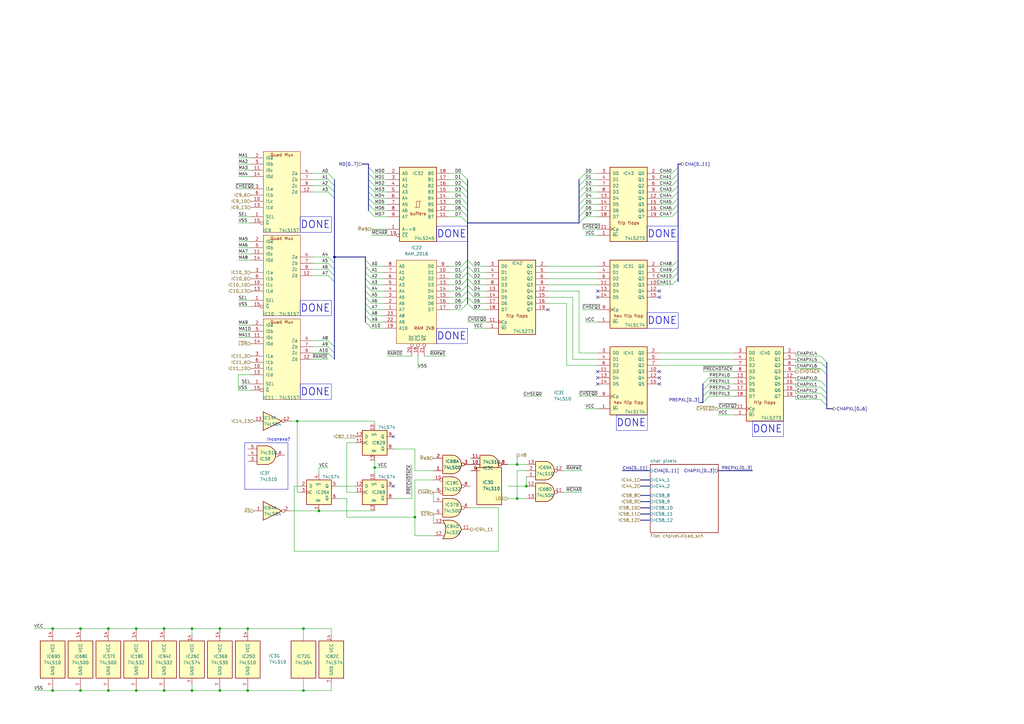
<source format=kicad_sch>
(kicad_sch (version 20231120) (generator "eeschema") (generator_version "8.0")
  (paper "A3")
  (title_block (company "JOTEGO"))
  (junction (at 101.6 283.21))
  (junction (at 90.17 257.81))
  (junction (at 44.45 257.81))
  (junction (at 67.31 257.81))
  (junction (at 137.16 105.41))
  (junction (at 33.02 257.81))
  (junction (at 78.74 257.81))
  (junction (at 90.17 283.21))
  (junction (at 55.88 283.21))
  (junction (at 101.6 257.81))
  (junction (at 215.9 199.39))
  (junction (at 124.46 283.21))
  (junction (at 55.88 257.81))
  (junction (at 153.67 191.77))
  (junction (at 212.09 190.5))
  (junction (at 170.18 212.09))
  (junction (at 212.09 204.47))
  (junction (at 21.59 283.21))
  (junction (at 78.74 283.21))
  (junction (at 67.31 283.21))
  (junction (at 130.81 209.55))
  (junction (at 121.92 172.72))
  (junction (at 33.02 283.21))
  (junction (at 44.45 283.21))
  (junction (at 21.59 257.81))
  (junction (at 124.46 257.81))
  (no_connect (at 245.11 154.94))
  (no_connect (at 270.51 154.94))
  (no_connect (at 270.51 157.48))
  (no_connect (at 270.51 121.92))
  (no_connect (at 245.11 121.92))
  (no_connect (at 161.29 199.39))
  (no_connect (at 245.11 157.48))
  (no_connect (at 245.11 152.4))
  (no_connect (at 245.11 119.38))
  (no_connect (at 161.29 179.07))
  (no_connect (at 224.79 127))
  (no_connect (at 270.51 152.4))
  (no_connect (at 270.51 119.38))
  (bus_entry (at 149.86 132.08) (size 2.54 2.54))
  (bus_entry (at 149.86 106.68) (size 2.54 2.54))
  (bus_entry (at 151.13 71.12) (size 2.54 2.54))
  (bus_entry (at 275.59 78.74) (size 2.54 -2.54))
  (bus_entry (at 189.23 73.66) (size 2.54 2.54))
  (bus_entry (at 189.23 83.82) (size 2.54 2.54))
  (bus_entry (at 149.86 109.22) (size 2.54 2.54))
  (bus_entry (at 336.55 151.13) (size 2.54 2.54))
  (bus_entry (at 149.86 127) (size 2.54 2.54))
  (bus_entry (at 189.23 121.92) (size 2.54 -2.54))
  (bus_entry (at 189.23 119.38) (size 2.54 -2.54))
  (bus_entry (at 149.86 119.38) (size 2.54 2.54))
  (bus_entry (at 151.13 73.66) (size 2.54 2.54))
  (bus_entry (at 134.62 139.7) (size 2.54 2.54))
  (bus_entry (at 240.03 71.12) (size -2.54 2.54))
  (bus_entry (at 194.31 124.46) (size -2.54 -2.54))
  (bus_entry (at 149.86 124.46) (size 2.54 2.54))
  (bus_entry (at 288.29 165.1) (size 2.54 -2.54))
  (bus_entry (at 151.13 78.74) (size 2.54 2.54))
  (bus_entry (at 151.13 76.2) (size 2.54 2.54))
  (bus_entry (at 189.23 116.84) (size 2.54 -2.54))
  (bus_entry (at 134.62 78.74) (size 2.54 2.54))
  (bus_entry (at 134.62 105.41) (size 2.54 2.54))
  (bus_entry (at 336.55 156.21) (size 2.54 2.54))
  (bus_entry (at 336.55 146.05) (size 2.54 2.54))
  (bus_entry (at 288.29 162.56) (size 2.54 -2.54))
  (bus_entry (at 240.03 88.9) (size -2.54 2.54))
  (bus_entry (at 240.03 76.2) (size -2.54 2.54))
  (bus_entry (at 149.86 116.84) (size 2.54 2.54))
  (bus_entry (at 151.13 68.58) (size 2.54 2.54))
  (bus_entry (at 275.59 116.84) (size 2.54 -2.54))
  (bus_entry (at 189.23 111.76) (size 2.54 -2.54))
  (bus_entry (at 151.13 86.36) (size 2.54 2.54))
  (bus_entry (at 194.31 114.3) (size -2.54 -2.54))
  (bus_entry (at 194.31 116.84) (size -2.54 -2.54))
  (bus_entry (at 194.31 109.22) (size -2.54 -2.54))
  (bus_entry (at 275.59 114.3) (size 2.54 -2.54))
  (bus_entry (at 149.86 114.3) (size 2.54 2.54))
  (bus_entry (at 149.86 111.76) (size 2.54 2.54))
  (bus_entry (at 275.59 86.36) (size 2.54 -2.54))
  (bus_entry (at 336.55 161.29) (size 2.54 2.54))
  (bus_entry (at 189.23 124.46) (size 2.54 -2.54))
  (bus_entry (at 275.59 111.76) (size 2.54 -2.54))
  (bus_entry (at 275.59 76.2) (size 2.54 -2.54))
  (bus_entry (at 189.23 127) (size 2.54 -2.54))
  (bus_entry (at 194.31 127) (size -2.54 -2.54))
  (bus_entry (at 336.55 148.59) (size 2.54 2.54))
  (bus_entry (at 194.31 119.38) (size -2.54 -2.54))
  (bus_entry (at 240.03 86.36) (size -2.54 2.54))
  (bus_entry (at 275.59 83.82) (size 2.54 -2.54))
  (bus_entry (at 189.23 114.3) (size 2.54 -2.54))
  (bus_entry (at 134.62 142.24) (size 2.54 2.54))
  (bus_entry (at 134.62 113.03) (size 2.54 2.54))
  (bus_entry (at 134.62 76.2) (size 2.54 2.54))
  (bus_entry (at 134.62 110.49) (size 2.54 2.54))
  (bus_entry (at 151.13 81.28) (size 2.54 2.54))
  (bus_entry (at 134.62 144.78) (size 2.54 2.54))
  (bus_entry (at 240.03 78.74) (size -2.54 2.54))
  (bus_entry (at 151.13 83.82) (size 2.54 2.54))
  (bus_entry (at 336.55 158.75) (size 2.54 2.54))
  (bus_entry (at 275.59 109.22) (size 2.54 -2.54))
  (bus_entry (at 189.23 71.12) (size 2.54 2.54))
  (bus_entry (at 134.62 107.95) (size 2.54 2.54))
  (bus_entry (at 189.23 78.74) (size 2.54 2.54))
  (bus_entry (at 134.62 71.12) (size 2.54 2.54))
  (bus_entry (at 275.59 88.9) (size 2.54 -2.54))
  (bus_entry (at 194.31 111.76) (size -2.54 -2.54))
  (bus_entry (at 189.23 81.28) (size 2.54 2.54))
  (bus_entry (at 240.03 73.66) (size -2.54 2.54))
  (bus_entry (at 194.31 121.92) (size -2.54 -2.54))
  (bus_entry (at 189.23 86.36) (size 2.54 2.54))
  (bus_entry (at 275.59 81.28) (size 2.54 -2.54))
  (bus_entry (at 189.23 109.22) (size 2.54 -2.54))
  (bus_entry (at 149.86 121.92) (size 2.54 2.54))
  (bus_entry (at 288.29 160.02) (size 2.54 -2.54))
  (bus_entry (at 240.03 81.28) (size -2.54 2.54))
  (bus_entry (at 134.62 73.66) (size 2.54 2.54))
  (bus_entry (at 149.86 129.54) (size 2.54 2.54))
  (bus_entry (at 240.03 83.82) (size -2.54 2.54))
  (bus_entry (at 189.23 76.2) (size 2.54 2.54))
  (bus_entry (at 275.59 73.66) (size 2.54 -2.54))
  (bus_entry (at 288.29 157.48) (size 2.54 -2.54))
  (bus_entry (at 189.23 88.9) (size 2.54 2.54))
  (bus_entry (at 336.55 163.83) (size 2.54 2.54))
  (bus_entry (at 275.59 71.12) (size 2.54 -2.54))
  (bus (pts (xy 191.77 78.74) (xy 191.77 81.28)))
  (bus (pts (xy 137.16 73.66) (xy 137.16 76.2)))
  (wire (pts (xy 194.31 116.84) (xy 199.39 116.84)))
  (wire (pts (xy 146.05 201.93) (xy 142.24 201.93)))
  (wire (pts (xy 275.59 116.84) (xy 270.51 116.84)))
  (wire (pts (xy 119.38 172.72) (xy 121.92 172.72)))
  (wire (pts (xy 78.74 283.21) (xy 67.31 283.21)))
  (wire (pts (xy 326.39 148.59) (xy 336.55 148.59)))
  (wire (pts (xy 212.09 204.47) (xy 212.09 193.04)))
  (bus (pts (xy 151.13 86.36) (xy 151.13 83.82)))
  (wire (pts (xy 78.74 280.67) (xy 78.74 283.21)))
  (wire (pts (xy 224.79 119.38) (xy 237.49 119.38)))
  (bus (pts (xy 339.09 151.13) (xy 339.09 153.67)))
  (wire (pts (xy 13.97 257.81) (xy 21.59 257.81)))
  (bus (pts (xy 149.86 129.54) (xy 149.86 132.08)))
  (wire (pts (xy 237.49 119.38) (xy 237.49 144.78)))
  (wire (pts (xy 123.19 199.39) (xy 120.65 199.39)))
  (wire (pts (xy 240.03 78.74) (xy 245.11 78.74)))
  (wire (pts (xy 153.67 191.77) (xy 158.75 191.77)))
  (wire (pts (xy 232.41 149.86) (xy 245.11 149.86)))
  (wire (pts (xy 124.46 262.89) (xy 124.46 257.81)))
  (wire (pts (xy 170.18 212.09) (xy 170.18 196.85)))
  (bus (pts (xy 255.27 193.04) (xy 266.7 193.04)))
  (wire (pts (xy 97.79 91.44) (xy 102.87 91.44)))
  (wire (pts (xy 184.15 83.82) (xy 189.23 83.82)))
  (wire (pts (xy 170.18 196.85) (xy 177.8 196.85)))
  (wire (pts (xy 270.51 83.82) (xy 275.59 83.82)))
  (bus (pts (xy 191.77 83.82) (xy 191.77 86.36)))
  (wire (pts (xy 240.03 96.52) (xy 245.11 96.52)))
  (bus (pts (xy 151.13 71.12) (xy 151.13 68.58)))
  (bus (pts (xy 191.77 86.36) (xy 191.77 88.9)))
  (wire (pts (xy 121.92 201.93) (xy 123.19 201.93)))
  (bus (pts (xy 278.13 114.3) (xy 278.13 115.57)))
  (wire (pts (xy 194.31 114.3) (xy 199.39 114.3)))
  (wire (pts (xy 290.83 162.56) (xy 300.99 162.56)))
  (wire (pts (xy 97.79 72.39) (xy 102.87 72.39)))
  (wire (pts (xy 13.97 283.21) (xy 21.59 283.21)))
  (wire (pts (xy 290.83 154.94) (xy 300.99 154.94)))
  (bus (pts (xy 262.89 213.36) (xy 266.7 213.36)))
  (bus (pts (xy 137.16 76.2) (xy 137.16 78.74)))
  (wire (pts (xy 99.06 157.48) (xy 102.87 157.48)))
  (wire (pts (xy 326.39 158.75) (xy 336.55 158.75)))
  (bus (pts (xy 151.13 68.58) (xy 151.13 67.31)))
  (wire (pts (xy 152.4 116.84) (xy 157.48 116.84)))
  (wire (pts (xy 270.51 88.9) (xy 275.59 88.9)))
  (bus (pts (xy 237.49 81.28) (xy 237.49 83.82)))
  (bus (pts (xy 262.89 199.39) (xy 266.7 199.39)))
  (bus (pts (xy 262.89 205.74) (xy 266.7 205.74)))
  (wire (pts (xy 224.79 124.46) (xy 232.41 124.46)))
  (wire (pts (xy 153.67 88.9) (xy 158.75 88.9)))
  (bus (pts (xy 339.09 148.59) (xy 339.09 151.13)))
  (wire (pts (xy 212.09 204.47) (xy 215.9 204.47)))
  (bus (pts (xy 149.86 111.76) (xy 149.86 109.22)))
  (wire (pts (xy 21.59 257.81) (xy 33.02 257.81)))
  (wire (pts (xy 153.67 73.66) (xy 158.75 73.66)))
  (wire (pts (xy 238.76 193.04) (xy 231.14 193.04)))
  (wire (pts (xy 275.59 111.76) (xy 270.51 111.76)))
  (wire (pts (xy 121.92 172.72) (xy 153.67 172.72)))
  (bus (pts (xy 278.13 71.12) (xy 278.13 73.66)))
  (wire (pts (xy 288.29 152.4) (xy 300.99 152.4)))
  (bus (pts (xy 278.13 73.66) (xy 278.13 76.2)))
  (bus (pts (xy 149.86 127) (xy 149.86 129.54)))
  (wire (pts (xy 191.77 132.08) (xy 199.39 132.08)))
  (wire (pts (xy 78.74 257.81) (xy 90.17 257.81)))
  (wire (pts (xy 171.45 151.13) (xy 171.45 146.05)))
  (wire (pts (xy 275.59 114.3) (xy 270.51 114.3)))
  (bus (pts (xy 149.86 127) (xy 149.86 124.46)))
  (bus (pts (xy 191.77 88.9) (xy 191.77 91.44)))
  (wire (pts (xy 326.39 147.32) (xy 326.39 148.59)))
  (wire (pts (xy 214.63 162.56) (xy 222.25 162.56)))
  (wire (pts (xy 238.76 93.98) (xy 245.11 93.98)))
  (wire (pts (xy 153.67 191.77) (xy 153.67 189.23)))
  (wire (pts (xy 78.74 283.21) (xy 90.17 283.21)))
  (wire (pts (xy 275.59 109.22) (xy 270.51 109.22)))
  (bus (pts (xy 151.13 76.2) (xy 151.13 73.66)))
  (bus (pts (xy 339.09 161.29) (xy 339.09 163.83)))
  (wire (pts (xy 234.95 121.92) (xy 234.95 147.32)))
  (wire (pts (xy 128.27 78.74) (xy 134.62 78.74)))
  (bus (pts (xy 278.13 68.58) (xy 278.13 67.31)))
  (wire (pts (xy 194.31 111.76) (xy 199.39 111.76)))
  (wire (pts (xy 177.8 193.04) (xy 170.18 193.04)))
  (bus (pts (xy 137.16 142.24) (xy 137.16 144.78)))
  (wire (pts (xy 97.79 125.73) (xy 102.87 125.73)))
  (wire (pts (xy 142.24 181.61) (xy 146.05 181.61)))
  (bus (pts (xy 191.77 119.38) (xy 191.77 121.92)))
  (bus (pts (xy 278.13 78.74) (xy 278.13 81.28)))
  (wire (pts (xy 153.67 83.82) (xy 158.75 83.82)))
  (wire (pts (xy 130.81 209.55) (xy 153.67 209.55)))
  (wire (pts (xy 270.51 147.32) (xy 300.99 147.32)))
  (wire (pts (xy 294.64 170.18) (xy 300.99 170.18)))
  (wire (pts (xy 294.64 167.64) (xy 300.99 167.64)))
  (wire (pts (xy 290.83 157.48) (xy 300.99 157.48)))
  (wire (pts (xy 184.15 81.28) (xy 189.23 81.28)))
  (wire (pts (xy 240.03 73.66) (xy 245.11 73.66)))
  (wire (pts (xy 326.39 161.29) (xy 336.55 161.29)))
  (wire (pts (xy 152.4 121.92) (xy 157.48 121.92)))
  (wire (pts (xy 120.65 226.06) (xy 204.47 226.06)))
  (wire (pts (xy 177.8 201.93) (xy 177.8 205.74)))
  (bus (pts (xy 278.13 81.28) (xy 278.13 83.82)))
  (wire (pts (xy 44.45 257.81) (xy 55.88 257.81)))
  (wire (pts (xy 224.79 109.22) (xy 245.11 109.22)))
  (wire (pts (xy 270.51 81.28) (xy 275.59 81.28)))
  (wire (pts (xy 152.4 132.08) (xy 157.48 132.08)))
  (bus (pts (xy 191.77 91.44) (xy 191.77 106.68)))
  (wire (pts (xy 152.4 96.52) (xy 158.75 96.52)))
  (bus (pts (xy 287.02 165.1) (xy 288.29 165.1)))
  (wire (pts (xy 224.79 121.92) (xy 234.95 121.92)))
  (wire (pts (xy 208.28 204.47) (xy 212.09 204.47)))
  (wire (pts (xy 67.31 257.81) (xy 78.74 257.81)))
  (wire (pts (xy 212.09 190.5) (xy 215.9 190.5)))
  (bus (pts (xy 278.13 76.2) (xy 278.13 78.74)))
  (bus (pts (xy 137.16 78.74) (xy 137.16 81.28)))
  (wire (pts (xy 90.17 283.21) (xy 101.6 283.21)))
  (bus (pts (xy 149.86 121.92) (xy 149.86 119.38)))
  (wire (pts (xy 78.74 260.35) (xy 78.74 257.81)))
  (bus (pts (xy 191.77 114.3) (xy 191.77 116.84)))
  (wire (pts (xy 184.15 73.66) (xy 189.23 73.66)))
  (bus (pts (xy 137.16 105.41) (xy 149.86 105.41)))
  (bus (pts (xy 137.16 113.03) (xy 137.16 115.57)))
  (wire (pts (xy 153.67 172.72) (xy 153.67 173.99)))
  (wire (pts (xy 184.15 71.12) (xy 189.23 71.12)))
  (bus (pts (xy 278.13 68.58) (xy 278.13 71.12)))
  (wire (pts (xy 270.51 144.78) (xy 300.99 144.78)))
  (wire (pts (xy 184.15 116.84) (xy 189.23 116.84)))
  (wire (pts (xy 194.31 109.22) (xy 199.39 109.22)))
  (wire (pts (xy 153.67 86.36) (xy 158.75 86.36)))
  (wire (pts (xy 270.51 76.2) (xy 275.59 76.2)))
  (wire (pts (xy 240.03 81.28) (xy 245.11 81.28)))
  (wire (pts (xy 97.79 88.9) (xy 102.87 88.9)))
  (wire (pts (xy 152.4 109.22) (xy 157.48 109.22)))
  (bus (pts (xy 191.77 73.66) (xy 191.77 76.2)))
  (wire (pts (xy 184.15 88.9) (xy 189.23 88.9)))
  (wire (pts (xy 170.18 219.71) (xy 170.18 212.09)))
  (wire (pts (xy 153.67 191.77) (xy 153.67 194.31)))
  (bus (pts (xy 137.16 81.28) (xy 137.16 105.41)))
  (wire (pts (xy 184.15 109.22) (xy 189.23 109.22)))
  (wire (pts (xy 152.4 134.62) (xy 157.48 134.62)))
  (wire (pts (xy 204.47 208.28) (xy 193.04 208.28)))
  (bus (pts (xy 339.09 163.83) (xy 339.09 166.37)))
  (wire (pts (xy 44.45 283.21) (xy 55.88 283.21)))
  (wire (pts (xy 212.09 186.69) (xy 212.09 190.5)))
  (wire (pts (xy 97.79 138.43) (xy 102.87 138.43)))
  (wire (pts (xy 326.39 163.83) (xy 336.55 163.83)))
  (bus (pts (xy 278.13 109.22) (xy 278.13 111.76)))
  (bus (pts (xy 137.16 115.57) (xy 137.16 142.24)))
  (wire (pts (xy 33.02 283.21) (xy 44.45 283.21)))
  (bus (pts (xy 237.49 88.9) (xy 237.49 91.44)))
  (wire (pts (xy 168.91 204.47) (xy 161.29 204.47)))
  (wire (pts (xy 326.39 162.56) (xy 326.39 163.83)))
  (wire (pts (xy 208.28 190.5) (xy 212.09 190.5)))
  (bus (pts (xy 278.13 86.36) (xy 278.13 106.68)))
  (wire (pts (xy 194.31 134.62) (xy 199.39 134.62)))
  (wire (pts (xy 234.95 147.32) (xy 245.11 147.32)))
  (wire (pts (xy 142.24 212.09) (xy 170.18 212.09)))
  (wire (pts (xy 326.39 156.21) (xy 336.55 156.21)))
  (bus (pts (xy 191.77 81.28) (xy 191.77 83.82)))
  (bus (pts (xy 339.09 166.37) (xy 339.09 167.64)))
  (bus (pts (xy 237.49 86.36) (xy 237.49 88.9)))
  (bus (pts (xy 278.13 83.82) (xy 278.13 86.36)))
  (wire (pts (xy 142.24 204.47) (xy 142.24 212.09)))
  (wire (pts (xy 184.15 114.3) (xy 189.23 114.3)))
  (wire (pts (xy 97.79 99.06) (xy 102.87 99.06)))
  (wire (pts (xy 238.76 127) (xy 245.11 127)))
  (bus (pts (xy 262.89 208.28) (xy 266.7 208.28)))
  (bus (pts (xy 278.13 106.68) (xy 278.13 109.22)))
  (bus (pts (xy 339.09 167.64) (xy 341.63 167.64)))
  (bus (pts (xy 262.89 210.82) (xy 266.7 210.82)))
  (wire (pts (xy 128.27 73.66) (xy 134.62 73.66)))
  (bus (pts (xy 191.77 109.22) (xy 191.77 111.76)))
  (wire (pts (xy 170.18 184.15) (xy 161.29 184.15)))
  (wire (pts (xy 194.31 121.92) (xy 199.39 121.92)))
  (wire (pts (xy 224.79 116.84) (xy 245.11 116.84)))
  (bus (pts (xy 149.86 119.38) (xy 149.86 116.84)))
  (wire (pts (xy 194.31 119.38) (xy 199.39 119.38)))
  (wire (pts (xy 97.79 106.68) (xy 102.87 106.68)))
  (wire (pts (xy 270.51 73.66) (xy 275.59 73.66)))
  (bus (pts (xy 308.61 193.04) (xy 294.64 193.04)))
  (wire (pts (xy 128.27 144.78) (xy 134.62 144.78)))
  (wire (pts (xy 135.89 283.21) (xy 124.46 283.21)))
  (wire (pts (xy 270.51 71.12) (xy 275.59 71.12)))
  (wire (pts (xy 97.79 67.31) (xy 102.87 67.31)))
  (wire (pts (xy 128.27 113.03) (xy 134.62 113.03)))
  (wire (pts (xy 204.47 226.06) (xy 204.47 208.28)))
  (wire (pts (xy 212.09 193.04) (xy 215.9 193.04)))
  (wire (pts (xy 184.15 76.2) (xy 189.23 76.2)))
  (wire (pts (xy 270.51 86.36) (xy 275.59 86.36)))
  (wire (pts (xy 153.67 71.12) (xy 158.75 71.12)))
  (bus (pts (xy 191.77 76.2) (xy 191.77 78.74)))
  (wire (pts (xy 152.4 111.76) (xy 157.48 111.76)))
  (wire (pts (xy 240.03 76.2) (xy 245.11 76.2)))
  (wire (pts (xy 135.89 260.35) (xy 135.89 257.81)))
  (wire (pts (xy 97.79 133.35) (xy 102.87 133.35)))
  (bus (pts (xy 151.13 73.66) (xy 151.13 71.12)))
  (wire (pts (xy 97.79 123.19) (xy 102.87 123.19)))
  (bus (pts (xy 191.77 116.84) (xy 191.77 119.38)))
  (wire (pts (xy 240.03 88.9) (xy 245.11 88.9)))
  (bus (pts (xy 191.77 111.76) (xy 191.77 114.3)))
  (wire (pts (xy 215.9 199.39) (xy 208.28 199.39)))
  (wire (pts (xy 184.15 127) (xy 189.23 127)))
  (wire (pts (xy 119.38 209.55) (xy 130.81 209.55)))
  (bus (pts (xy 237.49 83.82) (xy 237.49 86.36)))
  (wire (pts (xy 90.17 257.81) (xy 101.6 257.81)))
  (wire (pts (xy 170.18 193.04) (xy 170.18 184.15)))
  (wire (pts (xy 184.15 124.46) (xy 189.23 124.46)))
  (wire (pts (xy 97.79 135.89) (xy 102.87 135.89)))
  (bus (pts (xy 149.86 109.22) (xy 149.86 106.68)))
  (wire (pts (xy 142.24 201.93) (xy 142.24 181.61)))
  (wire (pts (xy 121.92 172.72) (xy 121.92 201.93)))
  (wire (pts (xy 182.88 146.05) (xy 173.99 146.05)))
  (wire (pts (xy 326.39 151.13) (xy 336.55 151.13)))
  (wire (pts (xy 326.39 144.78) (xy 326.39 146.05)))
  (wire (pts (xy 153.67 78.74) (xy 158.75 78.74)))
  (wire (pts (xy 130.81 191.77) (xy 130.81 194.31)))
  (bus (pts (xy 151.13 81.28) (xy 151.13 78.74)))
  (wire (pts (xy 135.89 280.67) (xy 135.89 283.21)))
  (wire (pts (xy 97.79 104.14) (xy 102.87 104.14)))
  (bus (pts (xy 151.13 83.82) (xy 151.13 81.28)))
  (wire (pts (xy 326.39 149.86) (xy 326.39 151.13)))
  (bus (pts (xy 339.09 153.67) (xy 339.09 158.75)))
  (wire (pts (xy 326.39 154.94) (xy 326.39 156.21)))
  (wire (pts (xy 224.79 111.76) (xy 245.11 111.76)))
  (bus (pts (xy 237.49 78.74) (xy 237.49 81.28)))
  (wire (pts (xy 240.03 132.08) (xy 245.11 132.08)))
  (wire (pts (xy 240.03 86.36) (xy 245.11 86.36)))
  (wire (pts (xy 33.02 257.81) (xy 44.45 257.81)))
  (wire (pts (xy 101.6 257.81) (xy 124.46 257.81)))
  (bus (pts (xy 151.13 78.74) (xy 151.13 76.2)))
  (bus (pts (xy 278.13 111.76) (xy 278.13 114.3)))
  (bus (pts (xy 148.59 67.31) (xy 151.13 67.31)))
  (wire (pts (xy 55.88 283.21) (xy 67.31 283.21)))
  (bus (pts (xy 149.86 106.68) (xy 149.86 105.41)))
  (bus (pts (xy 237.49 91.44) (xy 191.77 91.44)))
  (wire (pts (xy 168.91 146.05) (xy 158.75 146.05)))
  (wire (pts (xy 224.79 114.3) (xy 245.11 114.3)))
  (wire (pts (xy 240.03 83.82) (xy 245.11 83.82)))
  (wire (pts (xy 232.41 124.46) (xy 232.41 149.86)))
  (bus (pts (xy 137.16 105.41) (xy 137.16 107.95)))
  (bus (pts (xy 149.86 121.92) (xy 149.86 124.46)))
  (wire (pts (xy 184.15 86.36) (xy 189.23 86.36)))
  (wire (pts (xy 326.39 146.05) (xy 336.55 146.05)))
  (wire (pts (xy 184.15 119.38) (xy 189.23 119.38)))
  (wire (pts (xy 177.8 219.71) (xy 170.18 219.71)))
  (wire (pts (xy 153.67 81.28) (xy 158.75 81.28)))
  (wire (pts (xy 237.49 144.78) (xy 245.11 144.78)))
  (wire (pts (xy 128.27 71.12) (xy 134.62 71.12)))
  (wire (pts (xy 240.03 71.12) (xy 245.11 71.12)))
  (bus (pts (xy 237.49 73.66) (xy 237.49 76.2)))
  (wire (pts (xy 153.67 76.2) (xy 158.75 76.2)))
  (bus (pts (xy 137.16 144.78) (xy 137.16 147.32)))
  (wire (pts (xy 97.79 153.67) (xy 102.87 153.67)))
  (wire (pts (xy 152.4 119.38) (xy 157.48 119.38)))
  (wire (pts (xy 238.76 201.93) (xy 231.14 201.93)))
  (bus (pts (xy 191.77 106.68) (xy 191.77 109.22)))
  (wire (pts (xy 97.79 153.67) (xy 97.79 160.02)))
  (wire (pts (xy 270.51 149.86) (xy 300.99 149.86)))
  (wire (pts (xy 168.91 190.5) (xy 168.91 204.47)))
  (wire (pts (xy 152.4 129.54) (xy 157.48 129.54)))
  (wire (pts (xy 326.39 157.48) (xy 326.39 158.75)))
  (wire (pts (xy 134.62 105.41) (xy 128.27 105.41)))
  (wire (pts (xy 128.27 107.95) (xy 134.62 107.95)))
  (wire (pts (xy 138.43 204.47) (xy 142.24 204.47)))
  (bus (pts (xy 262.89 196.85) (xy 266.7 196.85)))
  (bus (pts (xy 191.77 121.92) (xy 191.77 124.46)))
  (wire (pts (xy 97.79 69.85) (xy 102.87 69.85)))
  (wire (pts (xy 128.27 142.24) (xy 134.62 142.24)))
  (wire (pts (xy 101.6 283.21) (xy 124.46 283.21)))
  (wire (pts (xy 124.46 278.13) (xy 124.46 283.21)))
  (wire (pts (xy 184.15 121.92) (xy 189.23 121.92)))
  (wire (pts (xy 194.31 127) (xy 199.39 127)))
  (bus (pts (xy 288.29 162.56) (xy 288.29 165.1)))
  (bus (pts (xy 237.49 76.2) (xy 237.49 78.74)))
  (wire (pts (xy 240.03 167.64) (xy 245.11 167.64)))
  (wire (pts (xy 135.89 257.81) (xy 124.46 257.81)))
  (wire (pts (xy 97.79 160.02) (xy 102.87 160.02)))
  (wire (pts (xy 326.39 160.02) (xy 326.39 161.29)))
  (wire (pts (xy 152.4 124.46) (xy 157.48 124.46)))
  (bus (pts (xy 339.09 158.75) (xy 339.09 161.29)))
  (wire (pts (xy 194.31 124.46) (xy 199.39 124.46)))
  (wire (pts (xy 237.49 162.56) (xy 245.11 162.56)))
  (bus (pts (xy 149.86 114.3) (xy 149.86 111.76)))
  (wire (pts (xy 290.83 160.02) (xy 300.99 160.02)))
  (wire (pts (xy 128.27 147.32) (xy 134.62 147.32)))
  (wire (pts (xy 21.59 283.21) (xy 33.02 283.21)))
  (bus (pts (xy 278.13 67.31) (xy 279.4 67.31)))
  (wire (pts (xy 128.27 76.2) (xy 134.62 76.2)))
  (bus (pts (xy 149.86 116.84) (xy 149.86 114.3)))
  (bus (pts (xy 288.29 157.48) (xy 288.29 160.02)))
  (wire (pts (xy 177.8 210.82) (xy 177.8 214.63)))
  (bus (pts (xy 137.16 110.49) (xy 137.16 113.03)))
  (wire (pts (xy 138.43 199.39) (xy 146.05 199.39)))
  (bus (pts (xy 137.16 107.95) (xy 137.16 110.49)))
  (wire (pts (xy 270.51 78.74) (xy 275.59 78.74)))
  (wire (pts (xy 184.15 111.76) (xy 189.23 111.76)))
  (wire (pts (xy 152.4 114.3) (xy 157.48 114.3)))
  (wire (pts (xy 128.27 139.7) (xy 134.62 139.7)))
  (wire (pts (xy 215.9 195.58) (xy 215.9 199.39)))
  (wire (pts (xy 152.4 93.98) (xy 158.75 93.98)))
  (wire (pts (xy 134.62 191.77) (xy 130.81 191.77)))
  (bus (pts (xy 262.89 203.2) (xy 266.7 203.2)))
  (wire (pts (xy 184.15 78.74) (xy 189.23 78.74)))
  (wire (pts (xy 97.79 101.6) (xy 102.87 101.6)))
  (wire (pts (xy 55.88 257.81) (xy 67.31 257.81)))
  (wire (pts (xy 128.27 110.49) (xy 134.62 110.49)))
  (wire (pts (xy 152.4 127) (xy 157.48 127)))
  (wire (pts (xy 96.52 77.47) (xy 102.87 77.47)))
  (wire (pts (xy 97.79 64.77) (xy 102.87 64.77)))
  (bus (pts (xy 288.29 160.02) (xy 288.29 162.56)))
  (wire (pts (xy 120.65 199.39) (xy 120.65 226.06)))
  (rectangle (start 252.73 170.18) (end 265.43 176.53) (fill (type color) (color 255 255 255 1)))
  (rectangle (start 123.19 123.19) (end 135.89 129.54) (fill (type color) (color 255 255 255 1)))
  (rectangle (start 123.19 88.9) (end 135.89 95.25) (fill (type color) (color 255 255 255 1)))
  (rectangle (start 123.19 157.48) (end 135.89 163.83) (fill (type color) (color 255 255 255 1)))
  (rectangle (start 308.61 172.72) (end 321.31 179.07) (fill (type color) (color 255 255 255 1)))
  (rectangle (start 179.07 134.62) (end 191.77 140.97) (fill (type color) (color 255 255 255 1)))
  (rectangle (start 265.43 92.71) (end 278.13 99.06) (fill (type color) (color 255 255 255 1)))
  (rectangle (start 179.07 92.71) (end 191.77 99.06) (fill (type color) (color 255 255 255 1)))
  (rectangle (start 100.33 181.61) (end 118.11 200.66))
  (rectangle (start 265.43 128.27) (end 278.13 134.62) (fill (type color) (color 255 255 255 1)))
  (text "DONE" (at 123.19 128.27 0) (effects (font (size 3 3) (thickness 0.254) (bold yes)) (justify left bottom)))
  (text "DONE" (at 252.73 175.26 0) (effects (font (size 3 3) (thickness 0.254) (bold yes)) (justify left bottom)))
  (text "DONE" (at 308.61 177.8 0) (effects (font (size 3 3) (thickness 0.254) (bold yes)) (justify left bottom)))
  (text "DONE" (at 265.43 97.79 0) (effects (font (size 3 3) (thickness 0.254) (bold yes)) (justify left bottom)))
  (text "DONE" (at 265.43 133.35 0) (effects (font (size 3 3) (thickness 0.254) (bold yes)) (justify left bottom)))
  (text "DONE" (at 179.07 139.7 0) (effects (font (size 3 3) (thickness 0.254) (bold yes)) (justify left bottom)))
  (text "DONE" (at 123.19 93.98 0) (effects (font (size 3 3) (thickness 0.254) (bold yes)) (justify left bottom)))
  (text "Inconexo?" (at 114.3 180.34 0) (effects (font (size 1.27 1.27))))
  (text "DONE" (at 179.07 97.79 0) (effects (font (size 3 3) (thickness 0.254) (bold yes)) (justify left bottom)))
  (text "DONE" (at 123.19 162.56 0) (effects (font (size 3 3) (thickness 0.254) (bold yes)) (justify left bottom)))
  (label "A6" (at 134.62 110.49 180))
  (label "CHA1" (at 275.59 73.66 180))
  (label "CHA10" (at 275.59 114.3 180))
  (label "A2" (at 134.62 76.2 180))
  (label "VCC" (at 194.31 134.62 0))
  (label "VSS" (at 97.79 160.02 0))
  (label "~{PRECHDTACK}" (at 288.29 152.4 0))
  (label "D3" (at 189.23 78.74 180))
  (label "MA6" (at 97.79 101.6 0))
  (label "MD3" (at 153.67 78.74 0))
  (label "CHA7" (at 275.59 88.9 180))
  (label "MA8" (at 97.79 106.68 0))
  (label "MA3" (at 97.79 69.85 0))
  (label "A1" (at 152.4 111.76 0))
  (label "A2" (at 152.4 114.3 0))
  (label "A5" (at 134.62 107.95 180))
  (label "VSS" (at 13.97 283.21 0))
  (label "D0" (at 194.31 109.22 0))
  (label "CHAPXL2" (at 335.28 161.29 180))
  (label "A6" (at 152.4 124.46 0))
  (label "D6" (at 189.23 86.36 180))
  (label "SEL" (at 97.79 123.19 0))
  (label "CHA[0..11]" (at 255.27 193.04 0))
  (label "MD6" (at 153.67 86.36 0))
  (label "D4" (at 240.03 81.28 0))
  (label "VCC" (at 13.97 257.81 0))
  (label "VCC" (at 240.03 132.08 0))
  (label "A4" (at 134.62 105.41 180))
  (label "CHA9" (at 275.59 111.76 180))
  (label "D0" (at 189.23 71.12 180))
  (label "A0" (at 152.4 109.22 0))
  (label "CHA0" (at 275.59 71.12 180))
  (label "D6" (at 240.03 86.36 0))
  (label "PREPXL2" (at 290.83 160.02 0))
  (label "VCC" (at 134.62 191.77 180))
  (label "A0" (at 134.62 71.12 180))
  (label "A3" (at 134.62 78.74 180))
  (label "MA1" (at 97.79 64.77 0))
  (label "A7" (at 134.62 113.03 180))
  (label "CHAPXL5" (at 335.28 148.59 180))
  (label "MD2" (at 153.67 76.2 0))
  (label "PREPXL3" (at 290.83 162.56 0))
  (label "CHA8" (at 275.59 109.22 180))
  (label "D5" (at 189.23 83.82 180))
  (label "D5" (at 194.31 121.92 0))
  (label "VSS" (at 171.45 151.13 0))
  (label "SEL" (at 97.79 88.9 0))
  (label "~{MCHAR}" (at 238.76 201.93 180))
  (label "CHA4" (at 275.59 81.28 180))
  (label "CHA3" (at 275.59 78.74 180))
  (label "D6" (at 194.31 124.46 0))
  (label "VCC" (at 240.03 96.52 0))
  (label "D1" (at 194.31 111.76 0))
  (label "A10" (at 152.4 134.62 0))
  (label "~{CHSEQ0}" (at 96.52 77.47 0))
  (label "D1" (at 189.23 111.76 180))
  (label "A5" (at 152.4 121.92 0))
  (label "D5" (at 189.23 121.92 180))
  (label "D7" (at 194.31 127 0))
  (label "A8" (at 134.62 139.7 180))
  (label "~{CHSEQ2}" (at 294.64 167.64 0))
  (label "PREPXL0" (at 290.83 154.94 0))
  (label "CHAPXL0" (at 335.28 156.21 180))
  (label "MA4" (at 97.79 72.39 0))
  (label "CHAPXL1" (at 335.28 158.75 180))
  (label "MD0" (at 153.67 71.12 0))
  (label "MD4" (at 153.67 81.28 0))
  (label "D2" (at 189.23 114.3 180))
  (label "~{CHSEQ1}" (at 238.76 93.98 0))
  (label "VSS" (at 97.79 125.73 0))
  (label "~{PRECHDTACK}" (at 168.91 190.5 270))
  (label "CHAPXL6" (at 335.28 151.13 180))
  (label "CHAPXL4" (at 335.28 146.05 180))
  (label "D3" (at 240.03 78.74 0))
  (label "VCC" (at 294.64 170.18 0))
  (label "D7" (at 240.03 88.9 0))
  (label "MD7" (at 153.67 88.9 0))
  (label "D0" (at 189.23 109.22 180))
  (label "D0" (at 240.03 71.12 0))
  (label "MD5" (at 153.67 83.82 0))
  (label "CHSEQ0" (at 214.63 162.56 0))
  (label "MD1" (at 153.67 73.66 0))
  (label "VCC" (at 240.03 167.64 0))
  (label "D1" (at 240.03 73.66 0))
  (label "A4" (at 152.4 119.38 0))
  (label "~{CHSEQ0}" (at 237.49 162.56 0))
  (label "D7" (at 194.31 127 0))
  (label "D7" (at 189.23 127 180))
  (label "D4" (at 189.23 81.28 180))
  (label "D5" (at 240.03 83.82 0))
  (label "~{RAMWE}" (at 182.88 146.05 180))
  (label "MA7" (at 97.79 104.14 0))
  (label "PREPXL1" (at 290.83 157.48 0))
  (label "VCC" (at 158.75 191.77 180))
  (label "A9" (at 152.4 132.08 0))
  (label "D4" (at 189.23 119.38 180))
  (label "CHA11" (at 275.59 116.84 180))
  (label "MA11" (at 97.79 138.43 0))
  (label "CHA2" (at 275.59 76.2 180))
  (label "CHA6" (at 275.59 86.36 180))
  (label "~{RAMOE}" (at 158.75 146.05 0))
  (label "CHAPXL3" (at 335.28 163.83 180))
  (label "PREPXL[0..3]" (at 308.61 193.04 180))
  (label "D6" (at 189.23 124.46 180))
  (label "D1" (at 189.23 73.66 180))
  (label "A1" (at 134.62 73.66 180))
  (label "A3" (at 152.4 116.84 0))
  (label "A7" (at 152.4 127 0))
  (label "PREPXL[0..3]" (at 287.02 165.1 180))
  (label "D3" (at 194.31 116.84 0))
  (label "D2" (at 240.03 76.2 0))
  (label "SEL" (at 99.06 157.48 0))
  (label "A9" (at 134.62 142.24 180))
  (label "A8" (at 152.4 129.54 0))
  (label "D2" (at 189.23 76.2 180))
  (label "~{RAMOE}" (at 134.62 147.32 180))
  (label "MA5" (at 97.79 99.06 0))
  (label "~{CHSEQ1}" (at 238.76 127 0))
  (label "~{CHSEQ0}" (at 191.77 132.08 0))
  (label "A10" (at 134.62 144.78 180))
  (label "D2" (at 194.31 114.3 0))
  (label "D4" (at 194.31 119.38 0))
  (label "D7" (at 240.03 88.9 0))
  (label "MA9" (at 97.79 133.35 0))
  (label "~{RAMWE}" (at 238.76 193.04 180))
  (label "D7" (at 189.23 88.9 180))
  (label "VSS" (at 97.79 91.44 0))
  (label "CHA5" (at 275.59 83.82 180))
  (label "~{MCHAR}" (at 152.4 96.52 0))
  (label "D3" (at 189.23 116.84 180))
  (label "MA10" (at 97.79 135.89 0))
  (label "MA2" (at 97.79 67.31 0))
  (hierarchical_label "~{CHDTACK}" (shape output) (at 326.39 152.4 0))
  (hierarchical_label "V8" (shape output) (at 212.09 186.69 0))
  (hierarchical_label "~{AS}" (shape input) (at 104.14 209.55 180))
  (hierarchical_label "IC9_10" (shape input) (at 102.87 82.55 180))
  (hierarchical_label "~{R}WB" (shape input) (at 177.8 187.96 180))
  (hierarchical_label "IC58_8" (shape input) (at 262.89 203.2 180))
  (hierarchical_label "IC10_6" (shape input) (at 102.87 114.3 180))
  (hierarchical_label "~{CHSEQ2}" (shape input) (at 294.64 167.64 180))
  (hierarchical_label "~{R}WB" (shape input) (at 152.4 93.98 180))
  (hierarchical_label "IC94_11" (shape output) (at 193.04 217.17 0))
  (hierarchical_label "IC9_13" (shape input) (at 102.87 85.09 180))
  (hierarchical_label "~{LDR}" (shape input) (at 102.87 140.97 180))
  (hierarchical_label "IC58_12" (shape input) (at 262.89 213.36 180))
  (hierarchical_label "IC11_10" (shape input) (at 102.87 151.13 180))
  (hierarchical_label "IC44_1" (shape input) (at 262.89 196.85 180))
  (hierarchical_label "CHAPXL[0..6]" (shape output) (at 341.63 167.64 0))
  (hierarchical_label "~{CHAR}" (shape input) (at 177.8 201.93 180))
  (hierarchical_label "IC58_11" (shape input) (at 262.89 210.82 180))
  (hierarchical_label "~{SCR}" (shape input) (at 177.8 210.82 180))
  (hierarchical_label "IC58_10" (shape input) (at 262.89 208.28 180))
  (hierarchical_label "IC10_13" (shape input) (at 102.87 119.38 180))
  (hierarchical_label "IC9_6" (shape input) (at 102.87 80.01 180))
  (hierarchical_label "IC82_12" (shape input) (at 146.05 179.07 180))
  (hierarchical_label "MD[0..7]" (shape input) (at 148.59 67.31 180))
  (hierarchical_label "IC10_3" (shape input) (at 102.87 111.76 180))
  (hierarchical_label "IC10_10" (shape input) (at 102.87 116.84 180))
  (hierarchical_label "IC58_9" (shape input) (at 262.89 205.74 180))
  (hierarchical_label "IC14_13" (shape input) (at 104.14 172.72 180))
  (hierarchical_label "LDS" (shape input) (at 208.28 204.47 180))
  (hierarchical_label "IC11_6" (shape input) (at 102.87 148.59 180))
  (hierarchical_label "IC11_3" (shape input) (at 102.87 146.05 180))
  (hierarchical_label "IC44_2" (shape input) (at 262.89 199.39 180))
  (hierarchical_label "CHA[0..11]" (shape output) (at 279.4 67.31 0))
  (symbol (lib_id "74xx:74LS04") (at 111.76 209.55 0) (unit 1)
    (property "Reference" "IC64" (at 107.95 208.28 0) (effects (justify left)))
    (property "Value" "74LS04" (at 111.76 210.82 0))
    (property "Datasheet" "http://www.ti.com/lit/gpn/sn74LS04" (effects (hide yes)))
    (property "Description" "Hex Inverter" (effects (hide yes)))
  )
  (symbol (lib_id "74xx:74LS32") (at 185.42 199.39 0) (mirror x) (unit 3) (convert 2)
    (property "Reference" "IC18" (at 185.42 198.12 0))
    (property "Value" "74LS32" (at 185.42 200.66 0))
    (property "Datasheet" "http://www.ti.com/lit/gpn/sn74LS32" (effects (hide yes)))
    (property "Description" "Quad 2-input OR" (effects (hide yes)))
  )
  (symbol (lib_id "74xx:74LS32") (at 55.88 270.51 0) (unit 5)
    (property "Reference" "IC18" (at 53.34 269.24 0) (effects (justify left)))
    (property "Value" "74LS32" (at 52.07 271.78 0) (effects (justify left)))
    (property "Datasheet" "http://www.ti.com/lit/gpn/sn74LS32" (effects (hide yes)))
    (property "Description" "Quad 2-input OR" (effects (hide yes)))
  )
  (symbol (lib_id "jt74:74LS174") (at 257.81 154.94 0) (unit 1)
    (property "Reference" "IC41" (at 257.81 144.78 0))
    (property "Value" "74LS174" (at 260.35 168.91 0))
    (property "Datasheet" "http://www.ti.com/lit/gpn/sn74LS174" (effects (hide yes)))
    (property "Description" "Hex D-type Flip-Flop, reset" (effects (hide yes)))
  )
  (symbol (lib_id "74xx:74LS00") (at 33.02 270.51 0) (unit 5)
    (property "Reference" "IC68" (at 30.48 269.24 0) (effects (justify left)))
    (property "Value" "74LS00" (at 29.21 271.78 0) (effects (justify left)))
    (property "Datasheet" "http://www.ti.com/lit/gpn/sn74ls00" (effects (hide yes)))
    (property "Description" "quad 2-input NAND gate" (effects (hide yes)))
  )
  (symbol (lib_id "74xx:74LS74") (at 78.74 270.51 0) (unit 3)
    (property "Reference" "IC26" (at 76.2 269.24 0) (effects (justify left)))
    (property "Value" "74LS74" (at 74.93 271.78 0) (effects (justify left)))
    (property "Datasheet" "74xx/74hc_hct74.pdf" (effects (hide yes)))
    (property "Description" "Dual D Flip-flop, Set & Reset" (effects (hide yes)))
  )
  (symbol (lib_id "74xx:74LS74") (at 135.89 270.51 0) (unit 3)
    (property "Reference" "IC82" (at 133.35 269.24 0) (effects (justify left)))
    (property "Value" "74LS74" (at 133.35 271.78 0) (effects (justify left)))
    (property "Datasheet" "74xx/74hc_hct74.pdf" (effects (hide yes)))
    (property "Description" "Dual D Flip-flop, Set & Reset" (effects (hide yes)))
  )
  (symbol (lib_id "jt74:74LS273") (at 313.69 157.48 0) (unit 1)
    (property "Reference" "IC40" (at 313.69 144.78 0))
    (property "Value" "74LS273" (at 316.23 171.45 0))
    (property "Datasheet" "http://www.ti.com/lit/gpn/sn74LS273" (effects (hide yes)))
    (property "Description" "8-bit D Flip-Flop, reset" (effects (hide yes)))
  )
  (symbol (lib_id "74xx:74LS32") (at 67.31 270.51 0) (unit 5)
    (property "Reference" "IC94" (at 64.77 269.24 0) (effects (justify left)))
    (property "Value" "74LS32" (at 63.5 271.78 0) (effects (justify left)))
    (property "Datasheet" "http://www.ti.com/lit/gpn/sn74LS32" (effects (hide yes)))
    (property "Description" "Quad 2-input OR" (effects (hide yes)))
  )
  (symbol (lib_id "jt74:74LS04") (at 124.46 270.51 0) (unit 7)
    (property "Reference" "IC72" (at 124.46 269.24 0))
    (property "Value" "74LS04" (at 124.46 271.78 0))
    (property "Datasheet" "http://www.ti.com/lit/gpn/sn74LS04" (effects (hide yes)))
    (property "Description" "Hex Inverter" (effects (hide yes)))
  )
  (symbol (lib_id "jt74:74LS174") (at 257.81 119.38 0) (unit 1)
    (property "Reference" "IC31" (at 257.81 109.22 0))
    (property "Value" "74LS174" (at 260.35 133.35 0))
    (property "Datasheet" "http://www.ti.com/lit/gpn/sn74LS174" (effects (hide yes)))
    (property "Description" "Hex D-type Flip-Flop, reset" (effects (hide yes)))
  )
  (symbol (lib_id "jt74:74LS273") (at 257.81 83.82 0) (unit 1)
    (property "Reference" "IC43" (at 257.81 71.12 0))
    (property "Value" "74LS273" (at 260.35 97.79 0))
    (property "Datasheet" "http://www.ti.com/lit/gpn/sn74LS273" (effects (hide yes)))
    (property "Description" "8-bit D Flip-Flop, reset" (effects (hide yes)))
  )
  (symbol (lib_id "74xx:74LS74") (at 153.67 201.93 0) (unit 2)
    (property "Reference" "IC26" (at 152.4 201.93 0) (effects (justify left)))
    (property "Value" "74LS74" (at 154.94 195.58 0) (effects (justify left)))
    (property "Datasheet" "74xx/74hc_hct74.pdf" (effects (hide yes)))
    (property "Description" "Dual D Flip-flop, Set & Reset" (effects (hide yes)))
  )
  (symbol (lib_id "74xx:74LS10") (at 101.6 270.51 0) (unit 4)
    (property "Reference" "IC25" (at 99.06 269.24 0) (effects (justify left)))
    (property "Value" "74LS10" (at 97.79 271.78 0) (effects (justify left)))
    (property "Datasheet" "http://www.ti.com/lit/gpn/sn74LS10" (effects (hide yes)))
    (property "Description" "Triple 3-input NAND" (effects (hide yes)))
  )
  (symbol (lib_id "jt74:74LS245") (at 171.45 83.82 0) (unit 1)
    (property "Reference" "IC32" (at 171.45 71.12 0))
    (property "Value" "74LS245" (at 173.99 97.79 0))
    (property "Datasheet" "http://www.ti.com/lit/gpn/sn74LS245" (effects (hide yes)))
    (property "Description" "Octal BUS Transceivers, 3-State outputs" (effects (hide yes)))
  )
  (symbol (lib_id "74xx:74LS10") (at 21.59 270.51 0) (unit 4)
    (property "Reference" "IC69" (at 19.05 269.24 0) (effects (justify left)))
    (property "Value" "74LS10" (at 17.78 271.78 0) (effects (justify left)))
    (property "Datasheet" "http://www.ti.com/lit/gpn/sn74LS10" (effects (hide yes)))
    (property "Description" "Triple 3-input NAND" (effects (hide yes)))
  )
  (symbol (lib_id "74xx:74LS10") (at 223.52 193.04 0) (mirror x) (unit 1)
    (property "Reference" "IC69" (at 223.52 191.77 0))
    (property "Value" "74LS10" (at 223.52 194.31 0))
    (property "Datasheet" "http://www.ti.com/lit/gpn/sn74LS10" (effects (hide yes)))
    (property "Description" "Triple 3-input NAND" (effects (hide yes)))
  )
  (symbol (lib_id "74xx:74LS00") (at 223.52 201.93 0) (unit 4)
    (property "Reference" "IC68" (at 223.52 200.66 0))
    (property "Value" "74LS00" (at 223.52 203.2 0))
    (property "Datasheet" "http://www.ti.com/lit/gpn/sn74ls00" (effects (hide yes)))
    (property "Description" "quad 2-input NAND gate" (effects (hide yes)))
  )
  (symbol (lib_id "arcade:RAM_2016") (at 170.18 123.19 0) (unit 1)
    (property "Reference" "IC22" (at 170.815 101.6 0))
    (property "Value" "RAM_2016" (at 170.815 104.14 0))
  )
  (symbol (lib_name "74LS04_1") (lib_id "74xx:74LS04") (at 200.66 190.5 0) (mirror x) (unit 3)
    (property "Reference" "IC3" (at 197.866 192.024 0) (effects (justify left)))
    (property "Value" "74LS10" (at 197.866 189.484 0) (effects (justify left)))
    (property "Datasheet" "http://www.ti.com/lit/gpn/sn74LS10" (effects (hide yes)))
    (property "Description" "Triple 3-input NAND" (effects (hide yes)))
  )
  (symbol (lib_id "jt74:74LS273") (at 212.09 121.92 0) (unit 1)
    (property "Reference" "IC42" (at 212.09 107.95 0))
    (property "Value" "74LS273" (at 214.63 135.89 0))
    (property "Datasheet" "http://www.ti.com/lit/gpn/sn74LS273" (effects (hide yes)))
    (property "Description" "8-bit D Flip-Flop, reset" (effects (hide yes)))
  )
  (symbol (lib_id "74xx:74LS04") (at 111.76 172.72 0) (unit 6)
    (property "Reference" "IC14" (at 107.95 171.45 0) (effects (justify left)))
    (property "Value" "74LS04" (at 111.76 173.99 0))
    (property "Datasheet" "http://www.ti.com/lit/gpn/sn74LS04" (effects (hide yes)))
    (property "Description" "Hex Inverter" (effects (hide yes)))
  )
  (symbol (lib_name "74LS04_3") (lib_id "74xx:74LS04") (at 229.87 162.56 0) (unit 5)
    (property "Reference" "IC3" (at 227.076 161.036 0) (effects (justify left)))
    (property "Value" "74LS10" (at 227.076 163.576 0) (effects (justify left)))
    (property "Datasheet" "http://www.ti.com/lit/gpn/sn74LS10" (effects (hide yes)))
    (property "Description" "Triple 3-input NAND" (effects (hide yes)))
  )
  (symbol (lib_id "74xx:74LS00") (at 185.42 190.5 0) (mirror x) (unit 1)
    (property "Reference" "IC68" (at 185.42 189.23 0))
    (property "Value" "74LS00" (at 185.42 191.77 0))
    (property "Datasheet" "http://www.ti.com/lit/gpn/sn74ls00" (effects (hide yes)))
    (property "Description" "quad 2-input NAND gate" (effects (hide yes)))
  )
  (symbol (lib_name "74LS04_2") (lib_id "74xx:74LS04") (at 200.66 199.39 0) (unit 4)
    (property "Reference" "IC3" (at 197.866 197.866 0) (effects (justify left)))
    (property "Value" "74LS10" (at 197.866 200.406 0) (effects (justify left)))
    (property "Datasheet" "http://www.ti.com/lit/gpn/sn74LS10" (effects (hide yes)))
    (property "Description" "Triple 3-input NAND" (effects (hide yes)))
  )
  (symbol (lib_id "74xx:74LS30") (at 90.17 270.51 0) (unit 2)
    (property "Reference" "IC36" (at 87.63 269.24 0) (effects (justify left)))
    (property "Value" "74LS30" (at 86.36 271.78 0) (effects (justify left)))
    (property "Datasheet" "http://www.ti.com/lit/gpn/sn74LS30" (effects (hide yes)))
    (property "Description" "8-input NAND" (effects (hide yes)))
  )
  (symbol (lib_id "74xx:74LS74") (at 130.81 201.93 0) (unit 1)
    (property "Reference" "IC26" (at 129.54 201.93 0) (effects (justify left)))
    (property "Value" "74LS74" (at 132.08 195.58 0) (effects (justify left)))
    (property "Datasheet" "74xx/74hc_hct74.pdf" (effects (hide yes)))
    (property "Description" "Dual D Flip-flop, Set & Reset" (effects (hide yes)))
  )
  (symbol (lib_name "74LS04_4") (lib_id "74xx:74LS04") (at 113.03 270.51 0) (unit 7)
    (property "Reference" "IC3" (at 110.236 268.986 0) (effects (justify left)))
    (property "Value" "74LS10" (at 110.236 271.526 0) (effects (justify left)))
    (property "Datasheet" "http://www.ti.com/lit/gpn/sn74LS10" (effects (hide yes)))
    (property "Description" "Triple 3-input NAND" (effects (hide yes)))
  )
  (symbol (lib_id "jt74:74LS157") (at 115.57 77.47 0) (unit 1)
    (property "Reference" "IC9" (at 107.95 95.25 0) (effects (justify left bottom)))
    (property "Value" "74LS157" (at 114.3 95.25 0) (effects (justify left bottom)))
    (property "Datasheet" "https://www.alldatasheet.com/datasheet-pdf/pdf/27402/TI/74LS157.html" (effects (hide yes)))
    (property "Description" "Quad 2 to 1 line Multiplexer" (effects (hide yes)))
  )
  (symbol (lib_id "74xx:74LS00") (at 185.42 208.28 0) (unit 2)
    (property "Reference" "IC37" (at 185.42 207.01 0))
    (property "Value" "74LS00" (at 185.42 209.55 0))
    (property "Datasheet" "http://www.ti.com/lit/gpn/sn74ls00" (effects (hide yes)))
    (property "Description" "quad 2-input NAND gate" (effects (hide yes)))
  )
  (symbol (lib_id "74xx:74LS00") (at 44.45 270.51 0) (unit 5)
    (property "Reference" "IC37" (at 41.91 269.24 0) (effects (justify left)))
    (property "Value" "74LS00" (at 40.64 271.78 0) (effects (justify left)))
    (property "Datasheet" "http://www.ti.com/lit/gpn/sn74ls00" (effects (hide yes)))
    (property "Description" "quad 2-input NAND gate" (effects (hide yes)))
  )
  (symbol (lib_name "74LS04_5") (lib_id "74xx:74LS04") (at 109.22 195.58 0) (unit 6)
    (property "Reference" "IC3" (at 106.426 194.056 0) (effects (justify left)))
    (property "Value" "74LS10" (at 106.426 196.596 0) (effects (justify left)))
    (property "Datasheet" "http://www.ti.com/lit/gpn/sn74LS10" (effects (hide yes)))
    (property "Description" "Triple 3-input NAND" (effects (hide yes)))
  )
  (symbol (lib_id "jt74:74LS157") (at 115.57 111.76 0) (unit 1)
    (property "Reference" "IC10" (at 107.95 129.54 0) (effects (justify left bottom)))
    (property "Value" "74LS157" (at 114.3 129.54 0) (effects (justify left bottom)))
    (property "Datasheet" "https://www.alldatasheet.com/datasheet-pdf/pdf/27402/TI/74LS157.html" (effects (hide yes)))
    (property "Description" "Quad 2 to 1 line Multiplexer" (effects (hide yes)))
  )
  (symbol (lib_id "74xx:74LS74") (at 153.67 181.61 0) (unit 2)
    (property "Reference" "IC82" (at 152.4 181.61 0) (effects (justify left)))
    (property "Value" "74LS74" (at 154.94 175.26 0) (effects (justify left)))
    (property "Datasheet" "74xx/74hc_hct74.pdf" (effects (hide yes)))
    (property "Description" "Dual D Flip-flop, Set & Reset" (effects (hide yes)))
  )
  (symbol (lib_name "74LS04_6") (lib_id "74xx:74LS04") (at 109.22 186.69 0) (mirror x) (unit 2)
    (property "Reference" "IC3" (at 106.426 188.214 0) (effects (justify left)))
    (property "Value" "74LS10" (at 106.426 185.674 0) (effects (justify left)))
    (property "Datasheet" "http://www.ti.com/lit/gpn/sn74LS10" (effects (hide yes)))
    (property "Description" "Triple 3-input NAND" (effects (hide yes)))
  )
  (symbol (lib_id "jt74:74LS157") (at 115.57 146.05 0) (unit 1)
    (property "Reference" "IC11" (at 107.95 163.83 0) (effects (justify left bottom)))
    (property "Value" "74LS157" (at 114.3 163.83 0) (effects (justify left bottom)))
    (property "Datasheet" "https://www.alldatasheet.com/datasheet-pdf/pdf/27402/TI/74LS157.html" (effects (hide yes)))
    (property "Description" "Quad 2 to 1 line Multiplexer" (effects (hide yes)))
  )
  (symbol (lib_id "74xx:74LS32") (at 185.42 217.17 0) (mirror x) (unit 4)
    (property "Reference" "IC94" (at 185.42 215.9 0))
    (property "Value" "74LS32" (at 185.42 218.44 0))
    (property "Datasheet" "http://www.ti.com/lit/gpn/sn74LS32" (effects (hide yes)))
    (property "Description" "Quad 2-input OR" (effects (hide yes)))
  )
  (sheet (at 266.7 190.5) (size 27.94 27.94) (stroke (width 0.1524))
    (property "Sheetname" "char pixels" (at 266.7 189.7884 0) (effects (justify left bottom)))
    (property "Sheetfile" "chpixel.kicad_sch" (at 266.7 219.0246 0) (effects (justify left top)))
    (pin "CHAPXL[0..3]" output (at 294.64 193.04 0))
    (pin "IC44_1" input (at 266.7 196.85 180))
    (pin "IC44_2" input (at 266.7 199.39 180))
    (pin "IC58_9" input (at 266.7 205.74 180))
    (pin "IC58_12" input (at 266.7 213.36 180))
    (pin "IC58_10" input (at 266.7 208.28 180))
    (pin "IC58_11" input (at 266.7 210.82 180))
    (pin "IC58_8" input (at 266.7 203.2 180))
    (pin "CHA[0..11]" input (at 266.7 193.04 180))
  )
)
</source>
